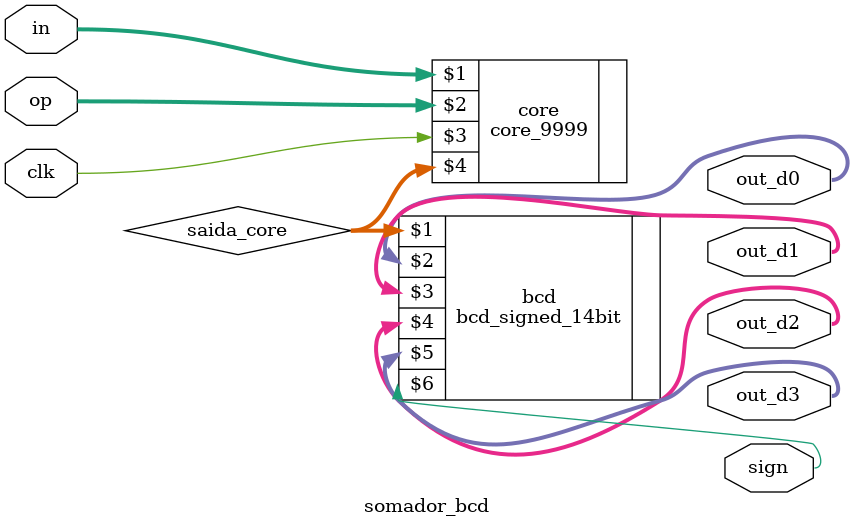
<source format=v>
module somador_bcd(
	input signed [14:0] in,
	input [1:0] op,
	input clk,
	output [6:0] out_d0, out_d1, out_d2, out_d3,
	output sign
);

wire signed [14:0] saida_core;

core_9999 core(in,op,clk,saida_core);

bcd_signed_14bit bcd(saida_core,out_d0, out_d1, out_d2, out_d3,sign);

endmodule

</source>
